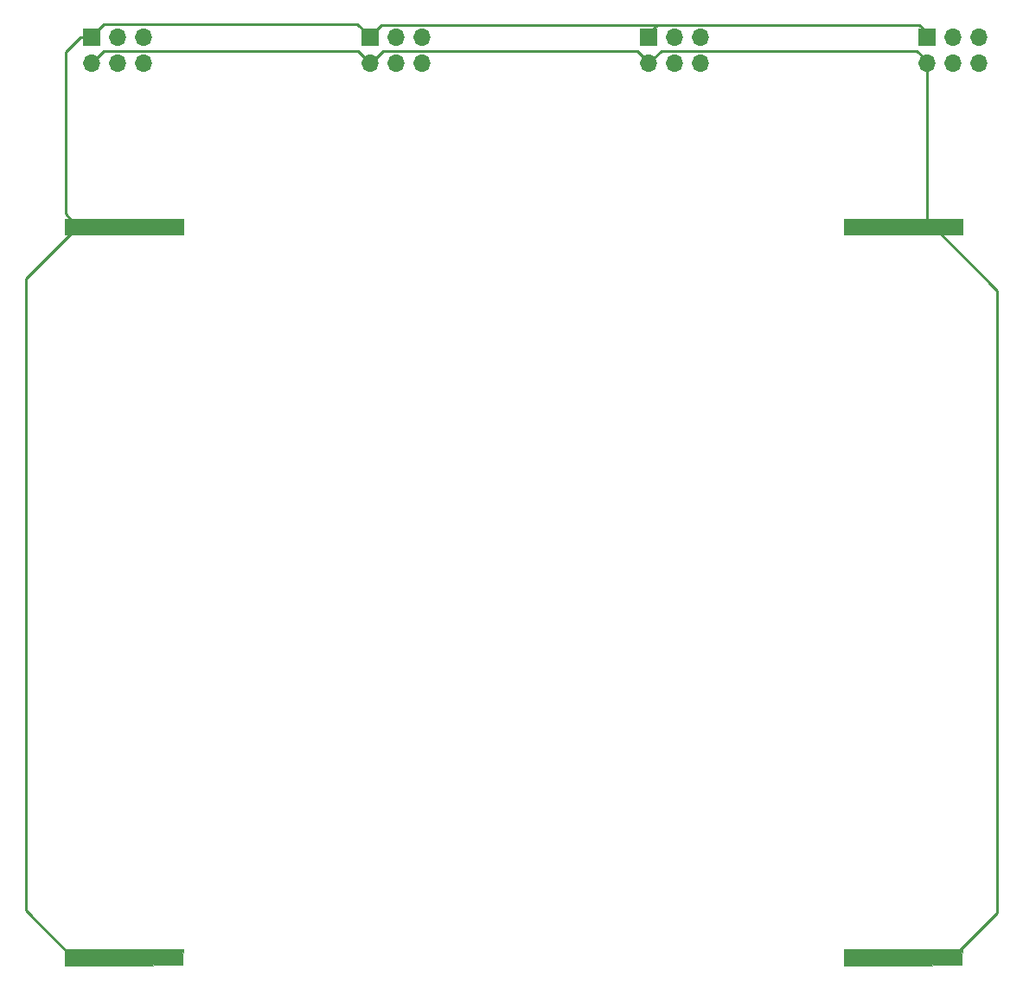
<source format=gbr>
G04 #@! TF.GenerationSoftware,KiCad,Pcbnew,5.1.2*
G04 #@! TF.CreationDate,2019-08-19T18:05:57-05:00*
G04 #@! TF.ProjectId,WordClock,576f7264-436c-46f6-936b-2e6b69636164,rev?*
G04 #@! TF.SameCoordinates,Original*
G04 #@! TF.FileFunction,Copper,L2,Bot*
G04 #@! TF.FilePolarity,Positive*
%FSLAX46Y46*%
G04 Gerber Fmt 4.6, Leading zero omitted, Abs format (unit mm)*
G04 Created by KiCad (PCBNEW 5.1.2) date 2019-08-19 18:05:57*
%MOMM*%
%LPD*%
G04 APERTURE LIST*
%ADD10C,0.010000*%
%ADD11R,1.000000X1.000000*%
%ADD12O,1.700000X1.700000*%
%ADD13R,1.700000X1.700000*%
%ADD14C,0.250000*%
G04 APERTURE END LIST*
D10*
G36*
X110382038Y-146929916D02*
G01*
X110370500Y-147702500D01*
X104602583Y-147713234D01*
X98834666Y-147723969D01*
X98834666Y-146157333D01*
X110393576Y-146157333D01*
X110382038Y-146929916D01*
X110382038Y-146929916D01*
G37*
X110382038Y-146929916D02*
X110370500Y-147702500D01*
X104602583Y-147713234D01*
X98834666Y-147723969D01*
X98834666Y-146157333D01*
X110393576Y-146157333D01*
X110382038Y-146929916D01*
G36*
X186666704Y-146929916D02*
G01*
X186655166Y-147702500D01*
X180887250Y-147713234D01*
X175119333Y-147723969D01*
X175119333Y-146157333D01*
X186678243Y-146157333D01*
X186666704Y-146929916D01*
X186666704Y-146929916D01*
G37*
X186666704Y-146929916D02*
X186655166Y-147702500D01*
X180887250Y-147713234D01*
X175119333Y-147723969D01*
X175119333Y-146157333D01*
X186678243Y-146157333D01*
X186666704Y-146929916D01*
G36*
X110391666Y-76222666D02*
G01*
X98834666Y-76222666D01*
X98834666Y-74698666D01*
X110391666Y-74698666D01*
X110391666Y-76222666D01*
X110391666Y-76222666D01*
G37*
X110391666Y-76222666D02*
X98834666Y-76222666D01*
X98834666Y-74698666D01*
X110391666Y-74698666D01*
X110391666Y-76222666D01*
G36*
X186676333Y-76222666D02*
G01*
X175119333Y-76222666D01*
X175119333Y-74698666D01*
X186676333Y-74698666D01*
X186676333Y-76222666D01*
X186676333Y-76222666D01*
G37*
X186676333Y-76222666D02*
X175119333Y-76222666D01*
X175119333Y-74698666D01*
X186676333Y-74698666D01*
X186676333Y-76222666D01*
D11*
X109640000Y-146920000D03*
X109600000Y-75460000D03*
D12*
X106550000Y-59400000D03*
X106550000Y-56860000D03*
X104010000Y-59400000D03*
X104010000Y-56860000D03*
X101470000Y-59400000D03*
D13*
X101470000Y-56860000D03*
X128740000Y-56860000D03*
D12*
X128740000Y-59400000D03*
X131280000Y-56860000D03*
X131280000Y-59400000D03*
X133820000Y-56860000D03*
X133820000Y-59400000D03*
X161090000Y-59400000D03*
X161090000Y-56860000D03*
X158550000Y-59400000D03*
X158550000Y-56860000D03*
X156010000Y-59400000D03*
D13*
X156010000Y-56860000D03*
X183280000Y-56860000D03*
D12*
X183280000Y-59400000D03*
X185820000Y-56860000D03*
X185820000Y-59400000D03*
X188360000Y-56860000D03*
X188360000Y-59400000D03*
D11*
X175950000Y-146940000D03*
X175880000Y-75450000D03*
D14*
X109630000Y-146930000D02*
X108080000Y-146930000D01*
X109640000Y-146920000D02*
X99540000Y-146920000D01*
X99540000Y-146920000D02*
X94990000Y-142370000D01*
X94990000Y-142370000D02*
X94990000Y-80560000D01*
X94990000Y-80560000D02*
X100140000Y-75410000D01*
X108800000Y-75410000D02*
X103510000Y-75410000D01*
X108850000Y-75460000D02*
X108800000Y-75410000D01*
X109600000Y-75460000D02*
X108850000Y-75460000D01*
X100140000Y-75410000D02*
X103510000Y-75410000D01*
X103510000Y-75410000D02*
X109510000Y-75410000D01*
X156010000Y-56860000D02*
X156010000Y-56460000D01*
X156010000Y-56460000D02*
X156785001Y-55684999D01*
X181004999Y-55684999D02*
X157015001Y-55684999D01*
X156785001Y-55684999D02*
X157015001Y-55684999D01*
X157015001Y-55684999D02*
X129805001Y-55684999D01*
X129805001Y-55684999D02*
X128770000Y-56720000D01*
X128740000Y-56860000D02*
X128720000Y-56860000D01*
X127470000Y-55640000D02*
X128760000Y-56930000D01*
X98880000Y-74150000D02*
X98880000Y-58360000D01*
X100140000Y-75410000D02*
X98880000Y-74150000D01*
X98880000Y-58360000D02*
X100370000Y-56870000D01*
X102640000Y-55640000D02*
X127470000Y-55640000D01*
X101410000Y-56870000D02*
X102640000Y-55640000D01*
X100370000Y-56870000D02*
X101410000Y-56870000D01*
X181004999Y-55684999D02*
X182494999Y-55684999D01*
X182494999Y-55684999D02*
X183290000Y-56480000D01*
X183290000Y-56480000D02*
X183290000Y-56980000D01*
X185770000Y-146940000D02*
X179750000Y-146940000D01*
X190130000Y-142580000D02*
X185770000Y-146940000D01*
X179750000Y-146940000D02*
X179938089Y-146940000D01*
X175950000Y-146940000D02*
X179750000Y-146940000D01*
X183900000Y-75450000D02*
X190130000Y-81680000D01*
X190130000Y-81680000D02*
X190130000Y-142580000D01*
X156080000Y-59370000D02*
X157225001Y-58224999D01*
X157225001Y-58224999D02*
X166744999Y-58224999D01*
X154854999Y-58224999D02*
X156070000Y-59440000D01*
X129965001Y-58224999D02*
X154854999Y-58224999D01*
X128790000Y-59400000D02*
X129965001Y-58224999D01*
X127564999Y-58224999D02*
X128740000Y-59400000D01*
X101470000Y-59410000D02*
X102655001Y-58224999D01*
X102655001Y-58224999D02*
X127564999Y-58224999D01*
X166744999Y-58224999D02*
X178054999Y-58224999D01*
X178054999Y-58224999D02*
X182214999Y-58224999D01*
X182214999Y-58224999D02*
X183380000Y-59390000D01*
X183280000Y-59400000D02*
X183280000Y-74670000D01*
X183280000Y-74670000D02*
X182500000Y-75450000D01*
X175880000Y-75450000D02*
X182500000Y-75450000D01*
X182500000Y-75450000D02*
X183900000Y-75450000D01*
M02*

</source>
